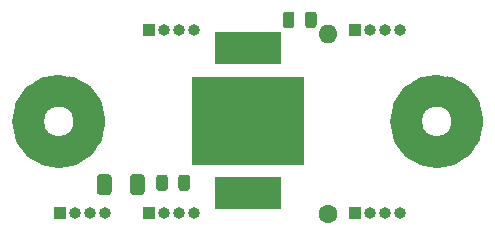
<source format=gbr>
G04 #@! TF.GenerationSoftware,KiCad,Pcbnew,5.1.9-73d0e3b20d~88~ubuntu20.04.1*
G04 #@! TF.CreationDate,2021-02-03T01:27:43+08:00*
G04 #@! TF.ProjectId,ic7000_drive,69633730-3030-45f6-9472-6976652e6b69,B*
G04 #@! TF.SameCoordinates,Original*
G04 #@! TF.FileFunction,Soldermask,Top*
G04 #@! TF.FilePolarity,Negative*
%FSLAX46Y46*%
G04 Gerber Fmt 4.6, Leading zero omitted, Abs format (unit mm)*
G04 Created by KiCad (PCBNEW 5.1.9-73d0e3b20d~88~ubuntu20.04.1) date 2021-02-03 01:27:43*
%MOMM*%
%LPD*%
G01*
G04 APERTURE LIST*
%ADD10C,2.750000*%
%ADD11R,9.601200X7.493000*%
%ADD12R,5.688800X2.775699*%
%ADD13O,1.600000X1.600000*%
%ADD14C,1.600000*%
%ADD15O,1.000000X1.000000*%
%ADD16R,1.000000X1.000000*%
G04 APERTURE END LIST*
D10*
X142600000Y-66150000D02*
G75*
G03*
X142600000Y-66150000I-2600000J0D01*
G01*
X110600000Y-66150000D02*
G75*
G03*
X110600000Y-66150000I-2600000J0D01*
G01*
D11*
X124000000Y-66100000D03*
D12*
X124000000Y-59962349D03*
X124000000Y-72237651D03*
G36*
G01*
X118137500Y-71806250D02*
X118137500Y-70893750D01*
G75*
G02*
X118381250Y-70650000I243750J0D01*
G01*
X118868750Y-70650000D01*
G75*
G02*
X119112500Y-70893750I0J-243750D01*
G01*
X119112500Y-71806250D01*
G75*
G02*
X118868750Y-72050000I-243750J0D01*
G01*
X118381250Y-72050000D01*
G75*
G02*
X118137500Y-71806250I0J243750D01*
G01*
G37*
G36*
G01*
X116262500Y-71806250D02*
X116262500Y-70893750D01*
G75*
G02*
X116506250Y-70650000I243750J0D01*
G01*
X116993750Y-70650000D01*
G75*
G02*
X117237500Y-70893750I0J-243750D01*
G01*
X117237500Y-71806250D01*
G75*
G02*
X116993750Y-72050000I-243750J0D01*
G01*
X116506250Y-72050000D01*
G75*
G02*
X116262500Y-71806250I0J243750D01*
G01*
G37*
D13*
X130800000Y-58760000D03*
D14*
X130800000Y-74000000D03*
D15*
X111910000Y-73900000D03*
X110640000Y-73900000D03*
X109370000Y-73900000D03*
D16*
X108100000Y-73900000D03*
D15*
X136920000Y-58400000D03*
X135650000Y-58400000D03*
X134380000Y-58400000D03*
D16*
X133110000Y-58400000D03*
D15*
X136920000Y-73900000D03*
X135650000Y-73900000D03*
X134380000Y-73900000D03*
D16*
X133110000Y-73900000D03*
D15*
X119440000Y-58400000D03*
X118170000Y-58400000D03*
X116900000Y-58400000D03*
D16*
X115630000Y-58400000D03*
X115610000Y-73900000D03*
D15*
X116880000Y-73900000D03*
X118150000Y-73900000D03*
X119420000Y-73900000D03*
G36*
G01*
X112475000Y-70875000D02*
X112475000Y-72125000D01*
G75*
G02*
X112225000Y-72375000I-250000J0D01*
G01*
X111475000Y-72375000D01*
G75*
G02*
X111225000Y-72125000I0J250000D01*
G01*
X111225000Y-70875000D01*
G75*
G02*
X111475000Y-70625000I250000J0D01*
G01*
X112225000Y-70625000D01*
G75*
G02*
X112475000Y-70875000I0J-250000D01*
G01*
G37*
G36*
G01*
X115275000Y-70875000D02*
X115275000Y-72125000D01*
G75*
G02*
X115025000Y-72375000I-250000J0D01*
G01*
X114275000Y-72375000D01*
G75*
G02*
X114025000Y-72125000I0J250000D01*
G01*
X114025000Y-70875000D01*
G75*
G02*
X114275000Y-70625000I250000J0D01*
G01*
X115025000Y-70625000D01*
G75*
G02*
X115275000Y-70875000I0J-250000D01*
G01*
G37*
G36*
G01*
X127950000Y-57093750D02*
X127950000Y-58006250D01*
G75*
G02*
X127706250Y-58250000I-243750J0D01*
G01*
X127218750Y-58250000D01*
G75*
G02*
X126975000Y-58006250I0J243750D01*
G01*
X126975000Y-57093750D01*
G75*
G02*
X127218750Y-56850000I243750J0D01*
G01*
X127706250Y-56850000D01*
G75*
G02*
X127950000Y-57093750I0J-243750D01*
G01*
G37*
G36*
G01*
X129825000Y-57093750D02*
X129825000Y-58006250D01*
G75*
G02*
X129581250Y-58250000I-243750J0D01*
G01*
X129093750Y-58250000D01*
G75*
G02*
X128850000Y-58006250I0J243750D01*
G01*
X128850000Y-57093750D01*
G75*
G02*
X129093750Y-56850000I243750J0D01*
G01*
X129581250Y-56850000D01*
G75*
G02*
X129825000Y-57093750I0J-243750D01*
G01*
G37*
M02*

</source>
